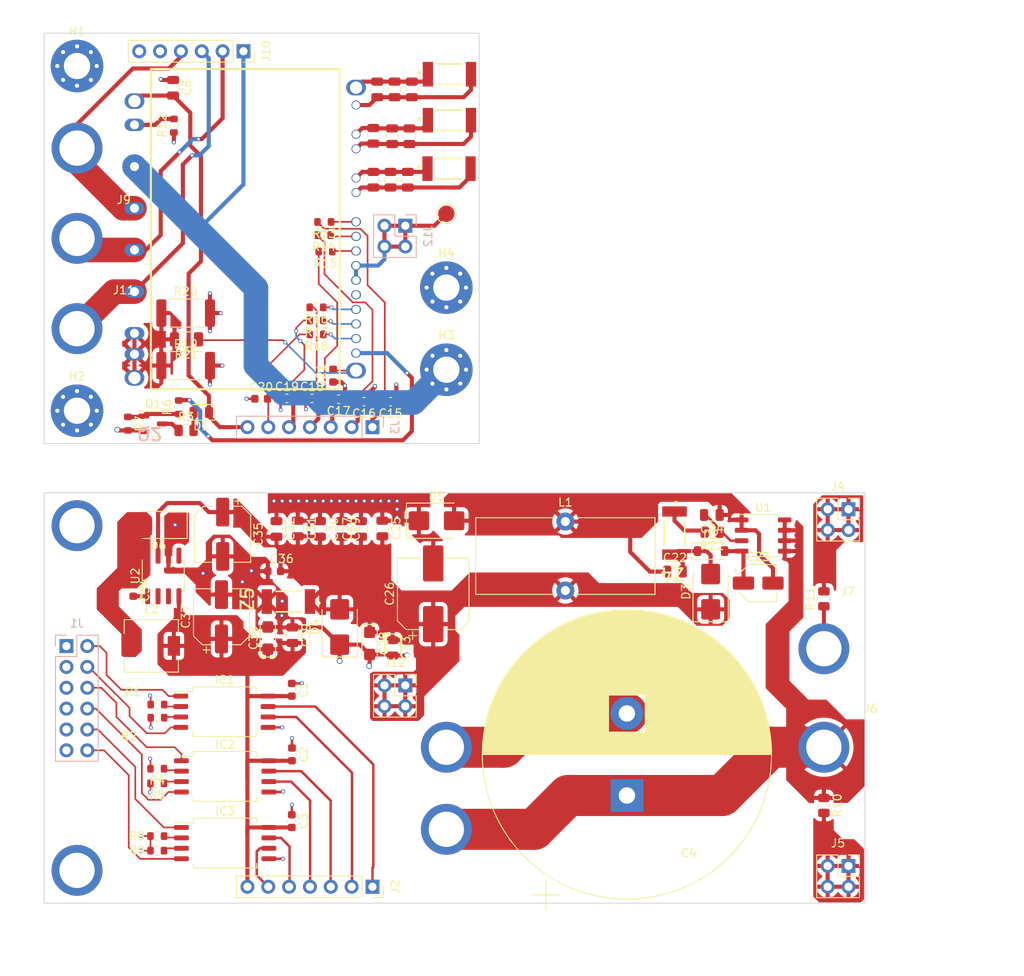
<source format=kicad_pcb>
(kicad_pcb (version 20221018) (generator pcbnew)
  (layers (0 "F.Cu" signal) (1 "In1.Cu" signal) (2 "In2.Cu" signal) (31 "B.Cu" signal) (34 "B.Paste" user) (35 "F.Paste" user) (36 "B.SilkS" user "B.Silkscreen") (37 "F.SilkS" user "F.Silkscreen") (38 "B.Mask" user) (39 "F.Mask" user) (44 "Edge.Cuts" user))
  (net 0 "")
  (net 1 "GND")
  (net 2 "+5V1")
  (net 3 "DC_BUS")
  (net 4 "/M+1")
  (net 5 "/M-1")
  (net 6 "/M+2")
  (net 7 "/M-2")
  (net 8 "/M+3")
  (net 9 "/M-3")
  (net 10 "/OPWM1A")
  (net 11 "/OPWM2A")
  (net 12 "/OPWM3A")
  (net 13 "/OPWM1B")
  (net 14 "/OPWM2B")
  (net 15 "/OPWM3B")
  (net 16 "Net-(Q2-CSC)")
  (net 17 "Net-(D5-K)")
  (net 18 "Net-(D2-A)")
  (net 19 "Net-(D2-K)")
  (net 20 "Net-(U1-FB)")
  (net 21 "+15V1")
  (net 22 "Net-(D6-K)")
  (net 23 "Net-(U2-CB)")
  (net 24 "Net-(D1-K)")
  (net 25 "/PWM1A_5V")
  (net 26 "Net-(IC1-CATHODE_1)")
  (net 27 "Net-(IC1-CATHODE_2)")
  (net 28 "/PWM2A_5V")
  (net 29 "/PWM3A_5V")
  (net 30 "Net-(IC2-CATHODE_1)")
  (net 31 "Net-(IC2-CATHODE_2)")
  (net 32 "/PWM1B_5V")
  (net 33 "/PWM2B_5V")
  (net 34 "Net-(IC3-CATHODE_1)")
  (net 35 "Net-(IC3-CATHODE_2)")
  (net 36 "/PWM3B_5V")
  (net 37 "AGND")
  (net 38 "/DC_BUS_2M")
  (net 39 "/GND_2M")
  (net 40 "/U")
  (net 41 "/V")
  (net 42 "/W")
  (net 43 "Net-(Q1-B)")
  (net 44 "Net-(Q1-C)")
  (net 45 "/TEMP1")
  (net 46 "/CSC")
  (net 47 "/DSP_PWM1_~{FAULT_5V}")
  (net 48 "Net-(Q2-IN(WL))")
  (net 49 "Net-(Q2-IN(VL))")
  (net 50 "Net-(Q2-IN(UL))")
  (net 51 "Net-(Q2-IN(WH))")
  (net 52 "Net-(Q2-IN(VH))")
  (net 53 "Net-(Q2-IN(UH))")
  (net 54 "Net-(Z4-A)")
  (footprint "Capacitor_SMD:C_0805_2012Metric" (layer "F.Cu") (at 63.5 61.55 -90)
    (fp_text reference "C11" hide)
    (fp_text value "100nf")
  )
  (footprint "inverter_lib:M3_smt" (layer "F.Cu") (at 23 85)
    (fp_text reference "J11")
    (fp_text value "Header 2")
  )
  (footprint "Diode_SMD:D_SOD-123" (layer "F.Cu") (at 100.25 112.1)
    (fp_text reference "D2")
    (fp_text value "1N4148")
  )
  (footprint "inverter_lib:MELF_DO-213AB" (layer "F.Cu") (at 48.755 118.25 180)
    (fp_text reference "Z5")
    (fp_text value "ZM4746A-GS08" hide)
  )
  (footprint "inverter_lib:MELF_DO-213AB" (layer "F.Cu") (at 68.375 59.6)
    (fp_text reference "Z2" hide)
    (fp_text value "ZM4746A-GS08" hide)
  )
  (footprint "Resistor_SMD:R_0805_2012Metric" (layer "F.Cu") (at 114 117.9125 90)
    (fp_text reference "R11")
    (fp_text value "2M")
  )
  (footprint "Capacitor_SMD:CP_Elec_6.3x7.7" (layer "F.Cu") (at 40.6 120.1 90)
    (fp_text reference "C37")
    (fp_text value "330uf 16V 铝电解")
  )
  (footprint "Resistor_SMD:R_0603_1608Metric" (layer "F.Cu") (at 34.8 60.275 90)
    (fp_text reference "R12")
    (fp_text value "5.1k")
  )
  (footprint "Diode_SMD:D_SMA" (layer "F.Cu") (at 32.91 108.92 180)
    (fp_text reference "D6")
    (fp_text value "1N5819 SS14")
  )
  (footprint "Capacitor_SMD:C_0805_2012Metric" (layer "F.Cu") (at 49.25 122.35 -90)
    (fp_text reference "C39")
    (fp_text value "100nf")
  )
  (footprint "TestPoint:TestPoint_Pad_D2.0mm" (layer "F.Cu") (at 68 71)
    (fp_text reference "TP7" hide)
    (fp_text value "TP-黄色测试点")
  )
  (footprint "Package_SO:SOIC-8_3.9x4.9mm_P1.27mm" (layer "F.Cu") (at 33.51 115.13 90)
    (fp_text reference "U2")
    (fp_text value "LM2675M-5.0")
  )
  (footprint "inverter_lib:M3_smt" (layer "F.Cu") (at 114 124)
    (fp_text reference "J7")
    (fp_text value "Header 2")
  )
  (footprint "Resistor_SMD:R_0603_1608Metric" (layer "F.Cu") (at 32.8 132.4 180)
    (fp_text reference "R2")
    (fp_text value "750R")
  )
  (footprint "Connector_PinSocket_2.54mm:PinSocket_2x02_P2.54mm_Vertical" (layer "F.Cu") (at 117 107)
    (fp_text reference "J4")
    (fp_text value "Conn_01x02_Pin")
  )
  (footprint "Capacitor_SMD:C_0805_2012Metric" (layer "F.Cu") (at 34.7 55.65 -90)
    (fp_text reference "C8")
    (fp_text value "100nf")
  )
  (footprint "Resistor_SMD:R_0603_1608Metric" (layer "F.Cu") (at 32.775 148.6 180)
    (fp_text reference "R9")
    (fp_text value "750R")
  )
  (footprint "" (layer "F.Cu") (at 23 109)
    (fp_text reference "")
    (fp_text value "")
  )
  (footprint "Inductor_SMD:L_6.3x6.3_H3" (layer "F.Cu") (at 32.05 123.65)
    (fp_text reference "L2")
    (fp_text value "330uh")
  )
  (footprint "Capacitor_SMD:C_0603_1608Metric" (layer "F.Cu") (at 49.169 128.996 -90)
    (fp_text reference "C1")
    (fp_text value "100nf")
  )
  (footprint "Capacitor_SMD:C_0603_1608Metric" (layer "F.Cu") (at 47.025 114.55)
    (fp_text reference "C36")
    (fp_text value "100nf")
  )
  (footprint "inverter_lib:MELF_DO-213AB" (layer "F.Cu") (at 68.325 65.5)
    (fp_text reference "Z3" hide)
    (fp_text value "ZM4746A-GS08" hide)
  )
  (footprint "Package_TO_SOT_SMD:SOT-23-3" (layer "F.Cu") (at 32.2625 96.6)
    (fp_text reference "Q1")
    (fp_text value "FMMT618TA")
  )
  (footprint "Resistor_SMD:R_0603_1608Metric" (layer "F.Cu") (at 35.4 94.575 90)
    (fp_text reference "R6")
    (fp_text value "10K")
  )
  (footprint "Inductor_THT:L_Toroid_Vertical_L21.6mm_W9.1mm_P8.40mm_Bourns_5700" (layer "F.Cu") (at 82.5 108.505)
    (fp_text reference "L1")
    (fp_text value "1mH工字/3A")
  )
  (footprint "Resistor_SMD:R_0603_1608Metric" (layer "F.Cu") (at 32.775 138.622 180)
    (fp_text reference "R4")
    (fp_text value "750R")
  )
  (footprint "Diode_SMD:D_SMB" (layer "F.Cu") (at 55 121.35 90)
    (fp_text reference "D4")
    (fp_text value "MURS220T3")
  )
  (footprint "Connector_PinSocket_2.54mm:PinSocket_1x07_P2.54mm_Vertical" (layer "F.Cu") (at 59 153 -90)
    (fp_text reference "J2")
    (fp_text value "board_1")
  )
  (footprint "Capacitor_SMD:C_0805_2012Metric" (layer "F.Cu") (at 55.25 109.4 -90)
    (fp_text reference "C29")
    (fp_text value "4.7uf")
  )
  (footprint "Resistor_SMD:R_0603_1608Metric" (layer "F.Cu") (at 52.175 84 180)
    (fp_text reference "R17")
    (fp_text value "100R")
  )
  (footprint "Capacitor_Tantalum_SMD:CP_EIA-3216-18_Kemet-A" (layer "F.Cu") (at 46.25 122.7 90)
    (fp_text reference "C38")
    (fp_text value "22uf 16V")
  )
  (footprint "inverter_lib:M3_smt" (layer "F.Cu") (at 114 136)
    (fp_text reference "J6")
    (fp_text value "Header 2")
  )
  (footprint "Capacitor_SMD:C_0805_2012Metric" (layer "F.Cu") (at 49.9 109.35 -90)
    (fp_text reference "C31")
    (fp_text value "100nf")
  )
  (footprint "Capacitor_SMD:C_0805_2012Metric" (layer "F.Cu") (at 63.8 55.85 -90)
    (fp_text reference "C5" hide)
    (fp_text value "2.2uf")
  )
  (footprint "Resistor_SMD:R_0603_1608Metric" (layer "F.Cu") (at 53.125 72 180)
    (fp_text reference "R13")
    (fp_text value "100R")
  )
  (footprint "Resistor_SMD:R_2512_6332Metric" (layer "F.Cu") (at 36.2375 83.1)
    (fp_text reference "R20")
    (fp_text value "8mR")
  )
  (footprint "inverter_lib:MELF_DO-213AB" (layer "F.Cu") (at 95.8 109.9 -90)
    (fp_text reference "Z4")
    (fp_text value "13V -ZM4743" hide)
  )
  (footprint "Resistor_SMD:R_0805_2012Metric" (layer "F.Cu") (at 100.3875 109.8 180)
    (fp_text reference "R22")
    (fp_text value "1k 1%")
  )
  (footprint "Diode_SMD:D_0805_2012Metric" (layer "F.Cu") (at 61.45 123.8875 -90)
    (fp_text reference "C33")
    (fp_text value "100nf")
  )
  (footprint "" (layer "F.Cu") (at 68 136)
    (fp_text reference "")
    (fp_text value "")
  )
  (footprint "inverter_lib:M3_smt" (layer "F.Cu") (at 23 63)
    (fp_text reference "J8" hide)
    (fp_text value "Header 2")
  )
  (footprint "" (layer "F.Cu") (at 23 151)
    (fp_text reference "")
    (fp_text value "")
  )
  (footprint "MountingHole:MountingHole_3.2mm_M3_Pad_Via" (layer "F.Cu") (at 23 53)
    (fp_text reference "H1")
    (fp_text value "MountingHole_Pad")
  )
  (footprint "Capacitor_SMD:C_0603_1608Metric" (layer "F.Cu") (at 61.2 93.9 180)
    (fp_text reference "C15")
    (fp_text value "100pf")
  )
  (footprint "Resistor_SMD:R_0603_1608Metric" (layer "F.Cu") (at 53.275 75.6 180)
    (fp_text reference "R15")
    (fp_text value "100R")
  )
  (footprint "Capacitor_SMD:C_0805_2012Metric" (layer "F.Cu") (at 63.3 66.85 -90)
    (fp_text reference "C12" hide)
    (fp_text value "2.2uf")
  )
  (footprint "Package_SO:SOP-8_3.9x4.9mm_P1.27mm" (layer "F.Cu") (at 106.6 110.2)
    (fp_text reference "U1")
    (fp_text value "VIPER22A")
  )
  (footprint "Capacitor_SMD:C_0603_1608Metric" (layer "F.Cu") (at 57.975 93.9 180)
    (fp_text reference "C16")
    (fp_text value "100pf")
  )
  (footprint "Capacitor_SMD:C_0805_2012Metric" (layer "F.Cu") (at 59.1 66.85 -90)
    (fp_text reference "C14" hide)
    (fp_text value "100nf")
  )
  (footprint "Capacitor_SMD:C_0805_2012Metric" (layer "F.Cu") (at 47.3 109.4 -90)
    (fp_text reference "C32")
    (fp_text value "100nf")
  )
  (footprint "Capacitor_SMD:C_0603_1608Metric" (layer "F.Cu") (at 29.85 116.825 -90)
    (fp_text reference "C34")
    (fp_text value "0.01uF")
  )
  (footprint "Capacitor_SMD:C_0805_2012Metric" (layer "F.Cu") (at 59.1 61.5 -90)
    (fp_text reference "C10" hide)
    (fp_text value "2.2uf")
  )
  (footprint "MountingHole:MountingHole_3.2mm_M3_Pad_Via" (layer "F.Cu") (at 68 90)
    (fp_text reference "H3")
    (fp_text value "MountingHole_Pad")
  )
  (footprint "MountingHole:MountingHole_3.2mm_M3_Pad_Via" (layer "F.Cu") (at 68 80)
    (fp_text reference "H4")
    (fp_text value "MountingHole_Pad")
  )
  (footprint "Capacitor_SMD:C_0805_2012Metric" (layer "F.Cu") (at 61.7 55.85 -90)
    (fp_text reference "C6" hide)
    (fp_text value "2.2uf")
  )
  (footprint "Capacitor_SMD:C_0805_2012Metric" (layer "F.Cu") (at 100.35 107.7 180)
    (fp_text reference "C24")
    (fp_text value "0.1uf")
  )
  (footprint "Capacitor_SMD:C_0805_2012Metric" (layer "F.Cu") (at 61.2 66.85 -90)
    (fp_text reference "C13" hide)
    (fp_text value "2.2uf")
  )
  (footprint "inverter_lib:MELF_DO-213AB" (layer "F.Cu") (at 68.375 54)
    (fp_text reference "Z1" hide)
    (fp_text value "ZM4746A-GS08" hide)
  )
  (footprint "Resistor_SMD:R_0603_1608Metric" (layer "F.Cu") (at 32.775 140.4 180)
    (fp_text reference "R5")
    (fp_text value "750R")
  )
  (footprint "Resistor_SMD:R_0805_2012Metric" (layer "F.Cu") (at 114 143.0875 -90)
    (fp_text reference "R10")
    (fp_text value "2M")
  )
  (footprint "Resistor_SMD:R_0603_1608Metric" (layer "F.Cu") (at 53.075 73.6 180)
    (fp_text reference "R14")
    (fp_text value "100R")
  )
  (footprint "" (layer "F.Cu") (at 68 146)
    (fp_text reference "")
    (fp_text value "")
  )
  (footprint "Capacitor_Tantalum_SMD:CP_EIA-3216-18_Kemet-A" (layer "F.Cu") (at 58.65 123.35 -90)
    (fp_text reference "C28")
    (fp_text value "22uf 16V")
  )
  (footprint "LED_SMD:LED_0805_2012Metric" (layer "F.Cu") (at 38.1375 95.2 180)
    (fp_text reference "D1")
    (fp_text value "LEDRED")
  )
  (footprint "Capacitor_SMD:C_0603_1608Metric" (layer "F.Cu") (at 51.625 93.5)
    (fp_text reference "C18")
    (fp_text value "100pf")
  )
  (footprint "Capacitor_SMD:C_0805_2012Metric" (layer "F.Cu") (at 52.6 109.4 -90)
    (fp_text reference "C30")
    (fp_text value "4.7uf")
  )
  (footprint "Resistor_SMD:R_0603_1608Metric" (layer "F.Cu") (at 32.8 130.8 180)
    (fp_text reference "R1")
    (fp_text value "750R")
  )
  (footprint "Resistor_SMD:R_0603_1608Metric" (layer "F.Cu") (at 32.775 146.822 180)
    (fp_text reference "R8")
    (fp_text value "750R")
  )
  (footprint "Capacitor_SMD:C_0805_2012Metric" (layer "F.Cu") (at 61.4 61.55 -90)
    (fp_text reference "C9" hide)
    (fp_text value "2.2uf")
  )
  (footprint "inverter_lib:M3_smt" (layer "F.Cu") (at 23 74)
    (fp_text reference "J9")
    (fp_text value "Header 2")
  )
  (footprint "Resistor_SMD:R_0805_2012Metric" (layer "F.Cu") (at 36.2875 97.4)
    (fp_text reference "R3")
    (fp_text value "301R")
  )
  (footprint "Capacitor_THT:CP_Radial_D35.0mm_P10.00mm_SnapIn" (layer "F.Cu") (at 90 141.880499 90)
    (fp_text reference "C4")
    (fp_text value "390uF/450V")
  )
  (footprint "Capacitor_SMD:C_0603_1608Metric" (layer "F.Cu") (at 45.443141 93.546714)
    (fp_text reference "C20")
    (fp_text value "100pf")
  )
  (footprint "Resistor_SMD:R_0603_1608Metric" (layer "F.Cu") (at 52.175 82.4 180)
    (fp_text reference "R16")
    (fp_text value "100R")
  )
  (footprint "Resistor_SMD:R_0603_1608Metric" (layer "F.Cu") (at 29.2 96.575 -90)
    (fp_text reference "R7")
    (fp_text value "2K")
  )
  (footprint "Package_SO:SOIC-8_7.5x5.85mm_P1.27mm" (layer "F.Cu") (at 41.05 139.55)
    (fp_text reference "IC2")
    (fp_text value "TLP2270_D4-LF4,E")
  )
  (footprint "Connector_PinSocket_2.54mm:PinSocket_2x02_P2.54mm_Vertical" (layer "F.Cu") (at 117 150.46)
    (fp_text reference "J5")
    (fp_text value "Conn_01x02_Pin")
  )
  (footprint "Capacitor_SMD:C_0603_1608Metric" (layer "F.Cu") (at 48.575 93.5)
    (fp_text reference "C19")
    (fp_text value "100pf")
  )
  (footprint "Capacitor_SMD:C_0603_1608Metric" (layer "F.Cu") (at 54.875 93.6 180)
    (fp_text reference "C17")
    (fp_text value "100pf")
  )
  (footprint "Resistor_SMD:R_0603_1608Metric" (layer "F.Cu") (at 52.175 85.7 180)
    (fp_text reference "R18")
    (fp_text value "100R")
  )
  (footprint "Connector_PinSocket_2.54mm:PinSocket_1x06_P2.54mm_Vertical" (layer "F.Cu") (at 43.28 51.2 -90)
    (fp_text reference "J10")
    (fp_text value "Conn_01x06_Pin")
  )
  (footprint "Capacitor_SMD:CP_Elec_6.3x7.7" (layer "F.Cu") (at 40.75 110.05 -90)
    (fp_text reference "C35")
    (fp_text value "100uf 25V 贴片铝电解")
  )
  (footprint "Resistor_SMD:R_2512_6332Metric" (layer "F.Cu") (at 36.2375 89.5)
    (fp_text reference "R19")
    (fp_text value "8mR")
  )
  (footprint "Diode_SMD:D_SMB" (layer "F.Cu") (at 66.8 108.4)
    (fp_text reference "D5")
    (fp_text value "MURS220T3")
  )
  (footprint "Package_SO:SOIC-8_7.5x5.85mm_P1.27mm" (layer "F.Cu") (at 40.96 131.676)
    (fp_text reference "IC1")
    (fp_text value "TLP2270_D4-LF4,E")
  )
  (footprint "Capacitor_SMD:C_0805_2012Metric" (layer "F.Cu") (at 60.2 109.35 -90)
    (fp_text reference "C25")
    (fp_text value "0.1uf")
  )
  (footprint "MountingHole:MountingHole_3.2mm_M3_Pad_Via" (layer "F.Cu") (at 23 95)
    (fp_text reference "H2")
    (fp_text value "MountingHole_Pad")
  )
  (footprint "Package_SO:SOIC-8_7.5x5.85mm_P1.27mm" (layer "F.Cu") (at 41.05 147.678)
    (fp_text reference "IC3")
    (fp_text value "TLP2270_D4-LF4,E")
  )
  (footprint "Capacitor_SMD:C_0603_1608Metric" (layer "F.Cu") (at 54.2 90.725 90)
    (fp_text reference "C21")
    (fp_text value "1nf")
  )
  (footprint "Capacitor_SMD:C_0805_2012Metric" (layer "F.Cu") (at 59.58 55.85 -90)
    (fp_text reference "C7" hide)
    (fp_text value "100nf")
  )
  (footprint "Connector_PinSocket_2.54mm:PinSocket_2x02_P2.54mm_Vertical" (layer "F.Cu") (at 63 128.46)
    (fp_text reference "J12")
    (fp_text value "Conn_02x02_Odd_Even")
  )
  (footprint "Capacitor_SMD:C_0603_1608Metric" (layer "F.Cu") (at 49.187 136.87 -90)
    (fp_text reference "C2")
    (fp_text value "100nf")
  )
  (footprint "Capacitor_SMD:C_0805_2012Metric" (layer "F.Cu") (at 95.85 114.6)
    (fp_text reference "C22")
    (fp_text value "0.1uf")
  )
  (footprint "Capacitor_SMD:CP_Elec_4x5.4" (layer "F.Cu") (at 106 116)
    (fp_text reference "C23")
    (fp_text value "10uF/35V")
  )
  (footprint "Capacitor_SMD:CP_Elec_8x10.5" (layer "F.Cu") (at 66.4 117.3 90)
    (fp_text reference "C26")
    (fp_text value "470uF/25V")
  )
  (footprint "Resistor_SMD:R_1206_3216Metric" (layer "F.Cu") (at 36.3375 86.3 180)
    (fp_text reference "R21")
    (fp_text value "2k")
  )
  (footprint "Diode_SMD:D_SMB" (layer "F.Cu") (at 100.2 117.05 90)
    (fp_text reference "D3")
    (fp_text value "MURS220T3")
  )
  (footprint "Capacitor_SMD:C_0603_1608Metric" (layer "F.Cu") (at 49.169 144.998 -90)
    (fp_text reference "C3")
    (fp_text value "100nf")
  )
  (footprint "Capacitor_SMD:C_0805_2012Metric" (layer "F.Cu") (at 57.6 109.4 90)
    (fp_text reference "C27")
    (fp_text value "100nf")
  )
  (footprint "Connector_PinSocket_2.54mm:PinSocket_2x06_P2.54mm_Vertical" (layer "B.Cu") (at 21.71 123.675 180)
    (fp_text reference "J1")
    (fp_text value "Conn_02x06_Top_Bottom")
  )
  (footprint "Connector_PinSocket_2.54mm:PinSocket_2x02_P2.54mm_Vertical" (layer "B.Cu") (at 63 72.46 90)
    (fp_text reference "J12")
    (fp_text value "Conn_02x02_Odd_Even")
  )
  (footprint "Connector_PinSocket_2.54mm:PinSocket_1x07_P2.54mm_Vertical" (layer "B.Cu") (at 59 97 90)
    (fp_text reference "J3")
    (fp_text value "board_1")
  )
  (footprint "inverter_lib:FNC42060F" (layer "B.Cu") (at 43.5 73.3145)
    (fp_text reference "Q2")
    (fp_text value "FNC42060F" hide)
  )
  (gr_rect (start 19 49) (end 72 99) (stroke (width 0.1)) (fill none) (layer "Edge.Cuts"))
  (gr_rect (start 19 105) (end 119 155) (stroke (width 0.1)) (fill none) (layer "Edge.Cuts"))
  (segment (start 48.045 141.455) (end 48.1 141.4) (width 0.3) (layer "F.Cu") (net 1))
  (segment (start 46.285 133.581) (end 47.981 133.581) (width 0.3) (layer "F.Cu") (net 1))
  (segment (start 47.8 93.5) (end 47.8 94.9) (width 0.3) (layer "F.Cu") (net 1))
  (segment (start 58.75 92.65) (end 59.3 92.1) (width 0.5) (layer "F.Cu") (net 1))
  (segment (start 47.8 94.9) (end 47.8 94.8) (width 0.3) (layer "F.Cu") (net 1))
  (segment (start 61.975 93.9) (end 61.9 93.825) (width 0.5) (layer "F.Cu") (net 1))
  (segment (start 54.2 91.5) (end 55.2 91.5) (width 0.5) (layer "F.Cu") (net 1))
  (segment (start 49.187 136.095) (end 49.187 134.913) (width 0.3) (layer "F.Cu") (net 1))
  (segment (start 63.175 124.825) (end 63.2 124.8) (width 0.5) (layer "F.Cu") (net 1))
  (segment (start 39.2 83.1) (end 40.5 83.1) (width 0.5) (layer "F.Cu") (net 1))
  (segment (start 49.169 143.031) (end 49.2 143) (width 0.3) (layer "F.Cu") (net 1))
  (segment (start 50.379 128.221) (end 50.4 128.2) (width 0.3) (layer "F.Cu") (net 1))
  (segment (start 58.65 124.7) (end 58.65 126.05) (width 0.5) (layer "F.Cu") (net 1))
  (segment (start 33.3 54.7) (end 33.2 54.6) (width 0.5) (layer "F.Cu") (net 1))
  (segment (start 46.375 141.455) (end 48.045 141.455) (width 0.3) (layer "F.Cu") (net 1))
  (segment (start 61.9 93.825) (end 61.9 91.8) (width 0.5) (layer "F.Cu") (net 1))
  (segment (start 44.668141 93.546714) (end 43.653286 93.546714) (width 0.3) (layer "F.Cu") (net 1))
  (segment (start 29.2 97.4) (end 28 97.4) (width 0.5) (layer "F.Cu") (net 1))
  (segment (start 34.7 54.7) (end 33.3 54.7) (width 0.5) (layer "F.Cu") (net 1))
  (segment (start 49.169 128.221) (end 50.379 128.221) (width 0.3) (layer "F.Cu") (net 1))
  (segment (start 55 123.5) (end 57.45 123.5) (width 0.5) (layer "F.Cu") (net 1))
  (segment (start 51 94.8) (end 50.9 94.7) (width 0.3) (layer "F.Cu") (net 1))
  (segment (start 55.65 93.6) (end 55.65 91.95) (width 0.5) (layer "F.Cu") (net 1))
  (segment (start 61.45 124.825) (end 63.175 124.825) (width 0.5) (layer "F.Cu") (net 1))
  (segment (start 39.2 89.5) (end 40.7 89.5) (width 0.5) (layer "F.Cu") (net 1))
  (segment (start 46.375 149.583) (end 48.083 149.583) (width 0.3) (layer "F.Cu") (net 1))
  (segment (start 58.75 93.9) (end 58.75 92.65) (width 0.5) (layer "F.Cu") (net 1))
  (segment (start 48.083 149.583) (end 48.1 149.6) (width 0.3) (layer "F.Cu") (net 1))
  (segment (start 52.9 121.4) (end 55 123.5) (width 0.5) (layer "F.Cu") (net 1))
  (segment (start 59.3 92.1) (end 59.3 92) (width 0.5) (layer "F.Cu") (net 1))
  (segment (start 58.65 124.7) (end 61.325 124.7) (width 0.5) (layer "F.Cu") (net 1))
  (segment (start 58.65 126.05) (end 58.6 126.1) (width 0.5) (layer "F.Cu") (net 1))
  (segment (start 114 118.825) (end 114 124) (width 0.5) (layer "F.Cu") (net 1))
  (segment (start 39.2 83.1) (end 39.2 85.3) (width 0.5) (layer "F.Cu") (net 1))
  (segment (start 49.187 134.913) (end 49.2 134.9) (width 0.3) (layer "F.Cu") (net 1))
  (segment (start 57.45 123.5) (end 58.65 124.7) (width 0.5) (layer "F.Cu") (net 1))
  (segment (start 39.2 89.5) (end 39.2 91.8) (width 0.5) (layer "F.Cu") (net 1))
  (segment (start 39.2 83.1) (end 39.2 80.7) (width 0.5) (layer "F.Cu") (net 1))
  (segment (start 50.9 94.7) (end 50.9 94.8) (width 0.3) (layer "F.Cu") (net 1))
  (segment (start 50.9 94.8) (end 51 94.8) (width 0.3) (layer "F.Cu") (net 1))
  (segment (start 55 123.5) (end 55 125.5) (width 0.5) (layer "F.Cu") (net 1))
  (segment (start 29.2 97.4) (end 30.975 97.4) (width 0.5) (layer "F.Cu") (net 1))
  (segment (start 50.85 94.65) (end 50.9 94.7) (width 0.3) (layer "F.Cu") (net 1))
  (segment (start 79.119501 131.880499) (end 90 131.880499) (width 5) (layer "F.Cu") (net 1))
  (segment (start 49.25 121.4) (end 52.9 121.4) (width 0.5) (layer "F.Cu") (net 1))
  (segment (start 34.8 61.1) (end 34.8 62.3) (width 0.5) (layer "F.Cu") (net 1))
  (segment (start 61.325 124.7) (end 61.45 124.825) (width 0.5) (layer "F.Cu") (net 1))
  (segment (start 47.981 133.581) (end 48 133.6) (width 0.3) (layer "F.Cu") (net 1))
  (segment (start 28 97.4) (end 27.9 97.3) (width 0.5) (layer "F.Cu") (net 1))
  (segment (start 49.169 144.223) (end 49.169 143.031) (width 0.3) (layer "F.Cu") (net 1))
  (segment (start 75 136) (end 79.119501 131.880499) (width 5) (layer "F.Cu") (net 1))
  (segment (start 55.2 91.5) (end 55.65 91.95) (width 0.5) (layer "F.Cu") (net 1))
  (segment (start 43.6 93.6) (end 43.653286 93.546714) (width 0.3) (layer "F.Cu") (net 1))
  (segment (start 68 136) (end 75 136) (width 5) (layer "F.Cu") (net 1))
  (segment (start 50.85 93.5) (end 50.85 94.65) (width 0.3) (layer "F.Cu") (net 1))
  (segment (start 30.975 97.4) (end 31.125 97.55) (width 0.5) (layer "F.Cu") (net 1))
  (via (at 62 107) (size 0.5) (drill 0.3) (layers "F.Cu" "B.Cu") (net 1))
  (via (at 51 106) (size 0.5) (drill 0.3) (layers "F.Cu" "B.Cu") (net 1))
  (via (at 63.2 124.8) (size 0.7) (drill 0.5) (layers "F.Cu" "B.Cu") (net 1))
  (via (at 50 106) (size 0.5) (drill 0.3) (layers "F.Cu" "B.Cu") (net 1))
  (via (at 40.5 83.1) (size 0.5) (drill 0.3) (layers "F.Cu" "B.Cu") (net 1))
  (via (at 62 108) (size 0.5) (drill 0.3) (layers "F.Cu" "B.Cu") (net 1))
  (via (at 55.65 91.95) (size 0.5) (drill 0.3) (layers "F.Cu" "B.Cu") (net 1))
  (via (at 61.9 91.8) (size 0.5) (drill 0.3) (layers "F.Cu" "B.Cu") (net 1))
  (via (at 49.2 134.9) (size 0.5) (drill 0.3) (layers "F.Cu" "B.Cu") (net 1))
  (via (at 54 106) (size 0.5) (drill 0.3) (layers "F.Cu" "B.Cu") (net 1))
  (via (at 58.6 126.1) (size 0.7) (drill 0.5) (layers "F.Cu" "B.Cu") (net 1))
  (via (at 52 106) (size 0.5) (drill 0.3) (layers "F.Cu" "B.Cu") (net 1))
  (via (at 55 106) (size 0.5) (drill 0.3) (layers "F.Cu" "B.Cu") (net 1))
  (via (at 48.1 149.6) (size 0.5) (drill 0.3) (layers "F.Cu" "B.Cu") (net 1))
  (via (at 53 106) (size 0.5) (drill 0.3) (layers "F.Cu" "B.Cu") (net 1))
  (via (at 38.35 114.8) (size 0.5) (drill 0.3) (layers "F.Cu" "B.Cu") (net 1))
  (via (at 39.2 80.7) (size 0.5) (drill 0.3) (layers "F.Cu" "B.Cu") (net 1))
  (via (at 61 106) (size 0.5) (drill 0.3) (layers "F.Cu" "B.Cu") (net 1))
  (via (at 48 118.2) (size 0.5) (drill 0.3) (layers "F.Cu" "B.Cu") (net 1))
  (via (at 47.8 94.9) (size 0.5) (drill 0.3) (layers "F.Cu" "B.Cu") (net 1))
  (via (at 49 106) (size 0.5) (drill 0.3) (layers "F.Cu" "B.Cu") (net 1))
  (via (at 62 106) (size 0.5) (drill 0.3) (layers "F.Cu" "B.Cu") (net 1))
  (via (at 47 106) (size 0.5) (drill 0.3) (layers "F.Cu" "B.Cu") (net 1))
  (via (at 48.1 141.4) (size 0.5) (drill 0.3) (layers "F.Cu" "B.Cu") (net 1))
  (via (at 50.4 128.2) (size 0.5) (drill 0.3) (layers "F.Cu" "B.Cu") (net 1))
  (via (at 59.3 92) (size 0.5) (drill 0.3) (layers "F.Cu" "B.Cu") (net 1))
  (via (at 48 133.6) (size 0.5) (drill 0.3) (layers "F.Cu" "B.Cu") (net 1))
  (via (at 49.2 143) (size 0.5) (drill 0.3) (layers "F.Cu" "B.Cu") (net 1))
  (via (at 58 106) (size 0.5) (drill 0.3) (layers "F.Cu" "B.Cu") (net 1))
  (via (at 60 106) (size 0.5) (drill 0.3) (layers "F.Cu" "B.Cu") (net 1))
  (via (at 59 106) (size 0.5) (drill 0.3) (layers "F.Cu" "B.Cu") (net 1))
  (via (at 55 125.5) (size 0.7) (drill 0.5) (layers "F.Cu" "B.Cu") (net 1))
  (via (at 43.3 118.35) (size 0.5) (drill 0.3) (layers "F.Cu" "B.Cu") (net 1))
  (via (at 56 106) (size 0.5) (drill 0.3) (layers "F.Cu" "B.Cu") (net 1))
  (via (at 57 106) (size 0.5) (drill 0.3) (layers "F.Cu" "B.Cu") (net 1))
  (via (at 50.9 94.8) (size 0.5) (drill 0.3) (layers "F.Cu" "B.Cu") (net 1))
  (via (at 47.95 119.95) (size 0.5) (drill 0.3) (layers "F.Cu" "B.Cu") (net 1))
  (via (at 43.15 115.85) (size 0.5) (drill 0.3) (layers "F.Cu" "B.Cu") (net 1))
  (via (at 40.7 89.5) (size 0.5) (drill 0.3) (layers "F.Cu" "B.Cu") (net 1))
  (via (at 44.25 114.5) (size 0.5) (drill 0.3) (layers "F.Cu" "B.Cu") (net 1))
  (via (at 34.8 62.3) (size 0.5) (drill 0.3) (layers "F.Cu" "B.Cu") (net 1))
  (via (at 33.2 54.6) (size 0.5) (drill 0.3) (layers "F.Cu" "B.Cu") (net 1))
  (via (at 39.2 85.3) (size 0.5) (drill 0.3) (layers "F.Cu" "B.Cu") (net 1))
  (via (at 48 106) (size 0.5) (drill 0.3) (layers "F.Cu" "B.Cu") (net 1))
  (via (at 39.2 91.8) (size 0.5) (drill 0.3) (layers "F.Cu" "B.Cu") (net 1))
  (via (at 34.95 108.9) (size 0.5) (drill 0.3) (layers "F.Cu" "B.Cu") (net 1))
  (via (at 43.653286 93.546714) (size 0.5) (drill 0.3) (layers "F.Cu" "B.Cu") (net 1))
  (via (at 27.9 97.3) (size 0.7) (drill 0.5) (layers "F.Cu" "B.Cu") (net 1))
  (segment (start 49.169 129.771) (end 46.285 129.771) (width 0.5) (layer "F.Cu") (net 2))
  (segment (start 36.8 62.68995) (end 36.8 58.7) (width 0.5) (layer "F.Cu") (net 2))
  (segment (start 46.375 137.645) (end 43.76 137.645) (width 0.5) (layer "F.Cu") (net 2))
  (segment (start 43.76 146.74) (end 43.76 145.773) (width 0.5) (layer "F.Cu") (net 2))
  (segment (start 40.4 97) (end 43.76 97) (width 0.5) (layer "F.Cu") (net 2))
  (segment (start 43.889 129.771) (end 43.76 129.9) (width 0.5) (layer "F.Cu") (net 2))
  (segment (start 36.6 78.3) (end 38.1 76.8) (width 0.5) (layer "F.Cu") (net 2))
  (segment (start 38.1 76.8) (end 38.1 63.98995) (width 0.5) (layer "F.Cu") (net 2))
  (segment (start 43.76 129.9) (end 43.76 126.64) (width 0.5) (layer "F.Cu") (net 2))
  (segment (start 46.285 129.771) (end 43.889 129.771) (width 0.5) (layer "F.Cu") (net 2))
  (segment (start 49.187 137.645) (end 46.375 137.645) (width 0.5) (layer "F.Cu") (net 2))
  (segment (start 39.075 93.175) (end 36.6 90.7) (width 0.5) (layer "F.Cu") (net 2))
  (segment (start 43.76 145.773) (end 46.375 145.773) (width 0.5) (layer "F.Cu") (net 2))
  (segment (start 39.075 95.2) (end 39.075 95.675) (width 0.5) (layer "F.Cu") (net 2))
  (segment (start 43.76 137.645) (end 43.76 139.781472) (width 0.5) (layer "F.Cu") (net 2))
  (segment (start 43.76 126.64) (end 43.8 126.6) (width 0.5) (layer "F.Cu") (net 2))
  (segment (start 39.075 95.2) (end 39.075 93.175) (width 0.5) (layer "F.Cu") (net 2))
  (segment (start 30.68 56.6) (end 30 57.28) (width 0.5) (layer "F.Cu") (net 2))
  (segment (start 49.169 145.773) (end 46.375 145.773) (width 0.5) (layer "F.Cu") (net 2))
  (segment (start 36.6 90.7) (end 36.6 78.3) (width 0.5) (layer "F.Cu") (net 2))
  (segment (start 34.7 56.6) (end 30.68 56.6) (width 0.5) (layer "F.Cu") (net 2))
  (segment (start 38.1 63.98995) (end 36.8 62.68995) (width 0.5) (layer "F.Cu") (net 2))
  (segment (start 39.075 95.675) (end 40.4 97) (width 0.5) (layer "F.Cu") (net 2))
  (segment (start 43.76 131.817472) (end 43.76 139.781472) (width 0.5) (layer "F.Cu") (net 2))
  (segment (start 43.76 153) (end 43.76 146.74) (width 0.5) (layer "F.Cu") (net 2))
  (segment (start 43.76 139.781472) (end 43.76 146.74) (width 0.5) (layer "F.Cu") (net 2))
  (segment (start 36.8 58.7) (end 34.7 56.6) (width 0.5) (layer "F.Cu") (net 2))
  (segment (start 43.76 131.817472) (end 43.76 129.9) (width 0.5) (layer "F.Cu") (net 2))
  (segment (start 114 136) (end 107.5 136) (width 5) (layer "F.Cu") (net 3))
  (segment (start 78.7 146) (end 68 146) (width 5) (layer "F.Cu") (net 3))
  (segment (start 90 141.880499) (end 82.819501 141.880499) (width 5) (layer "F.Cu") (net 3))
  (segment (start 82.819501 141.880499) (end 78.7 146) (width 5) (layer "F.Cu") (net 3))
  (segment (start 101.619501 141.880499) (end 90 141.880499) (width 5) (layer "F.Cu") (net 3))
  (segment (start 107.5 136) (end 101.619501 141.880499) (width 5) (layer "F.Cu") (net 3))
  (segment (start 51.707717 92.85) (end 48.15 92.85) (width 3) (layer "B.Cu") (net 3))
  (segment (start 37.725 72.975) (end 30 65.25) (width 3) (layer "B.Cu") (net 3))
  (segment (start 52.85 93.992283) (end 51.707717 92.85) (width 3) (layer "B.Cu") (net 3))
  (segment (start 44.8 80.05) (end 37.725 72.975) (width 3) (layer "B.Cu") (net 3))
  (segment (start 68 90) (end 64 94) (width 3) (layer "B.Cu") (net 3))
  (segment (start 48.15 92.85) (end 44.8 89.5) (width 3) (layer "B.Cu") (net 3))
  (segment (start 52.85 94) (end 52.85 93.992283) (width 3) (layer "B.Cu") (net 3))
  (segment (start 44.8 89.5) (end 44.8 80.05) (width 3) (layer "B.Cu") (net 3))
  (segment (start 64 94) (end 52.85 94) (width 3) (layer "B.Cu") (net 3))
  (segment (start 43.28 67.42) (end 37.725 72.975) (width 0.5) (layer "B.Cu") (net 3))
  (segment (start 43.28 51.2) (end 43.28 67.42) (width 0.5) (layer "B.Cu") (net 3))
  (segment (start 65.75 54.35) (end 65.2 54.9) (width 0.5) (layer "F.Cu") (net 4))
  (segment (start 59.58 54.9) (end 57.729 54.9) (width 0.5) (layer "F.Cu") (net 4))
  (segment (start 65.2 54.9) (end 63.8 54.9) (width 0.5) (layer "F.Cu") (net 4))
  (segment (start 65.75 54) (end 65.75 54.35) (width 0.5) (layer "F.Cu") (net 4))
  (segment (start 57.729 54.9) (end 57 55.629) (width 0.5) (layer "F.Cu") (net 4))
  (segment (start 63.8 54.9) (end 59.58 54.9) (width 0.5) (layer "F.Cu") (net 4))
  (segment (start 59.58 56.8) (end 58.623 57.757) (width 0.5) (layer "F.Cu") (net 5))
  (segment (start 58.623 57.757) (end 57 57.757) (width 0.5) (layer "F.Cu") (net 5))
  (segment (start 71 54) (end 71 55.9) (width 0.5) (layer "F.Cu") (net 5))
  (segment (start 70.1 56.8) (end 59.58 56.8) (width 0.5) (layer "F.Cu") (net 5))
  (segment (start 71 55.9) (end 70.1 56.8) (width 0.5) (layer "F.Cu") (net 5))
  (segment (start 59.15 60.6) (end 59.1 60.55) (width 0.5) (layer "F.Cu") (net 6))
  (segment (start 59.1 60.55) (end 57.763 60.55) (width 0.5) (layer "F.Cu") (net 6))
  (segment (start 65.75 59.6) (end 65.75 59.95) (width 0.5) (layer "F.Cu") (net 6))
  (segment (start 65.1 60.6) (end 59.15 60.6) (width 0.5) (layer "F.Cu") (net 6))
  (segment (start 65.75 59.95) (end 65.1 60.6) (width 0.5) (layer "F.Cu") (net 6))
  (segment (start 57.763 60.55) (end 57 61.313) (width 0.5) (layer "F.Cu") (net 6))
  (segment (start 71 61.6) (end 70.1 62.5) (width 0.5) (layer "F.Cu") (net 7))
  (segment (start 59.1 62.45) (end 57.641 62.45) (width 0.5) (layer "F.Cu") (net 7))
  (segment (start 57.641 62.45) (end 57 63.091) (width 0.5) (layer "F.Cu") (net 7))
  (segment (start 59.15 62.5) (end 59.1 62.45) (width 0.5) (layer "F.Cu") (net 7))
  (segment (start 70.1 62.5) (end 59.15 62.5) (width 0.5) (layer "F.Cu") (net 7))
  (segment (start 71 59.6) (end 71 61.6) (width 0.5) (layer "F.Cu") (net 7))
  (segment (start 63.3 65.9) (end 59.1 65.9) (width 0.5) (layer "F.Cu") (net 8))
  (segment (start 65.7 65.5) (end 65.3 65.9) (width 0.5) (layer "F.Cu") (net 8))
  (segment (start 59.1 65.9) (end 57.747 65.9) (width 0.5) (layer "F.Cu") (net 8))
  (segment (start 65.3 65.9) (end 63.3 65.9) (width 0.5) (layer "F.Cu") (net 8))
  (segment (start 57.747 65.9) (end 57 66.647) (width 0.5) (layer "F.Cu") (net 8))
  (segment (start 57.625 67.8) (end 57 68.425) (width 0.5) (layer "F.Cu") (net 9))
  (segment (start 59.1 67.8) (end 57.625 67.8) (width 0.5) (layer "F.Cu") (net 9))
  (segment (start 70.95 66.45) (end 69.6 67.8) (width 0.5) (layer "F.Cu") (net 9))
  (segment (start 69.6 67.8) (end 59.1 67.8) (width 0.5) (layer "F.Cu") (net 9))
  (segment (start 70.95 65.5) (end 70.95 66.45) (width 0.5) (layer "F.Cu") (net 9))
  (segment (start 52.3 72) (end 53.125 72.825) (width 0.2) (layer "F.Cu") (net 10))
  (segment (start 60.425 94.575) (end 59 96) (width 0.5) (layer "F.Cu") (net 10))
  (segment (start 53.125 72.825) (end 56.591918 72.825) (width 0.2) (layer "F.Cu") (net 10))
  (segment (start 56.597918 72.831) (end 57.531 72.831) (width 0.2) (layer "F.Cu") (net 10))
  (segment (start 56.591918 72.825) (end 56.597918 72.831) (width 0.2) (layer "F.Cu") (net 10))
  (segment (start 52.041 131.041) (end 59.1 138.1) (width 0.3) (layer "F.Cu") (net 10))
  (segment (start 59 150.7) (end 59 153) (width 0.3) (layer "F.Cu") (net 10))
  (segment (start 59 96) (end 59 97) (width 0.5) (layer "F.Cu") (net 10))
  (segment (start 57.531 72.831) (end 58.4 73.7) (width 0.2) (layer "F.Cu") (net 10))
  (segment (start 59.1 150.6) (end 59 150.7) (width 0.3) (layer "F.Cu") (net 10))
  (segment (start 58.4 73.7) (end 58.4 79.7) (width 0.2) (layer "F.Cu") (net 10))
  (segment (start 60.425 93.9) (end 60.425 94.575) (width 0.5) (layer "F.Cu") (net 10))
  (segment (start 60.5 81.8) (end 60.5 93.825) (width 0.2) (layer "F.Cu") (net 10))
  (segment (start 58.4 79.7) (end 60.5 81.8) (width 0.2) (layer "F.Cu") (net 10))
  (segment (start 46.285 131.041) (end 52.041 131.041) (width 0.3) (layer "F.Cu") (net 10))
  (segment (start 59.1 138.1) (end 59.1 150.6) (width 0.3) (layer "F.Cu") (net 10))
  (segment (start 60.5 93.825) (end 60.425 93.9) (width 0.2) (layer "F.Cu") (net 10))
  (segment (start 53.15 78.351082) (end 56.597918 81.799) (width 0.2) (layer "F.Cu") (net 11))
  (segment (start 57.2 93.9) (end 57.2 96.26) (width 0.5) (layer "F.Cu") (net 11))
  (segment (start 57.2 96.26) (end 56.46 97) (width 0.5) (layer "F.Cu") (net 11))
  (segment (start 59 91.4) (end 57.2 93.2) (width 0.2) (layer "F.Cu") (net 11))
  (segment (start 58.099 81.799) (end 59 82.7) (width 0.2) (layer "F.Cu") (net 11))
  (segment (start 56.597918 81.799) (end 58.099 81.799) (width 0.2) (layer "F.Cu") (net 11))
  (segment (start 46.285 132.311) (end 49.711 132.311) (width 0.3) (layer "F.Cu") (net 11))
  (segment (start 49.711 132.311) (end 56.5 139.1) (width 0.3) (layer "F.Cu") (net 11))
  (segment (start 57.2 93.2) (end 57.2 93.9) (width 0.2) (layer "F.Cu") (net 11))
  (segment (start 59 82.7) (end 59 91.4) (width 0.2) (layer "F.Cu") (net 11))
  (segment (start 56.5 152.96) (end 56.46 153) (width 0.3) (layer "F.Cu") (net 11))
  (segment (start 53.15 74.5) (end 53.15 78.351082) (width 0.2) (layer "F.Cu") (net 11))
  (segment (start 52.25 73.6) (end 53.15 74.5) (width 0.2) (layer "F.Cu") (net 11))
  (segment (start 56.5 139.1) (end 56.5 152.96) (width 0.3) (layer "F.Cu") (net 11))
  (segment (start 54.1 93.6) (end 54.1 96.82) (width 0.5) (layer "F.Cu") (net 12))
  (segment (start 53.2 92.7) (end 53.2 88.6) (width 0.2) (layer "F.Cu") (net 12))
  (segment (start 50.315 138.915) (end 53.9 142.5) (width 0.3) (layer "F.Cu") (net 12))
  (segment (start 54.1 96.82) (end 53.92 97) (width 0.5) (layer "F.Cu") (net 12))
  (segment (start 54.1 93.6) (end 53.2 92.7) (width 0.2) (layer "F.Cu") (net 12))
  (segment (start 52.45 79.55) (end 52.45 75.6) (width 0.2) (layer "F.Cu") (net 12))
  (segment (start 46.375 138.915) (end 50.315 138.915) (width 0.3) (layer "F.Cu") (net 12))
  (segment (start 54.7 87.1) (end 54.7 81.8) (width 0.2) (layer "F.Cu") (net 12))
  (segment (start 53.9 152.98) (end 53.92 153) (width 0.3) (layer "F.Cu") (net 12))
  (segment (start 53.9 142.5) (end 53.9 152.98) (width 0.3) (layer "F.Cu") (net 12))
  (segment (start 53.2 88.6) (end 54.7 87.1) (width 0.2) (layer "F.Cu") (net 12))
  (segment (start 54.7 81.8) (end 52.45 79.55) (width 0.2) (layer "F.Cu") (net 12))
  (segment (start 51.35 82.4) (end 51.8 82.4) (width 0.2) (layer "F.Cu") (net 13))
  (segment (start 51.8 82.4) (end 52.2 82.8) (width 0.2) (layer "F.Cu") (net 13))
  (segment (start 52.2 93.3) (end 52.4 93.5) (width 0.2) (layer "F.Cu") (net 13))
  (segment (start 52.4 95.98) (end 51.38 97) (width 0.5) (layer "F.Cu") (net 13))
  (segment (start 51.4 152.98) (end 51.38 153) (width 0.3) (layer "F.Cu") (net 13))
  (segment (start 46.375 140.185) (end 49.085 140.185) (width 0.3) (layer "F.Cu") (net 13))
  (segment (start 51.4 142.5) (end 51.4 152.98) (width 0.3) (layer "F.Cu") (net 13))
  (segment (start 52.4 93.5) (end 52.4 95.98) (width 0.5) (layer "F.Cu") (net 13))
  (segment (start 52.2 82.8) (end 52.2 93.3) (width 0.2) (layer "F.Cu") (net 13))
  (segment (start 49.085 140.185) (end 51.4 142.5) (width 0.3) (layer "F.Cu") (net 13))
  (segment (start 47.843 147.043) (end 48.9 148.1) (width 0.3) (layer "F.Cu") (net 14))
  (segment (start 49.35 96.49) (end 48.84 97) (width 0.5) (layer "F.Cu") (net 14))
  (segment (start 49.35 91.35) (end 49.35 93.5) (width 0.2) (layer "F.Cu") (net 14))
  (segment (start 49.35 93.5) (end 49.35 96.49) (width 0.5) (layer "F.Cu") (net 14))
  (segment (start 50.7 90) (end 49.35 91.35) (width 0.2) (layer "F.Cu") (net 14))
  (segment (start 49.7 85.3) (end 49.7 84.9) (width 0.2) (layer "F.Cu") (net 14))
  (segment (start 48.9 148.1) (end 48.9 152.94) (width 0.3) (layer "F.Cu") (net 14))
  (segment (start 50.2 86.5) (end 50.7 87) (width 0.2) (layer "F.Cu") (net 14))
  (segment (start 49.7 84.9) (end 50.6 84) (width 0.2) (layer "F.Cu") (net 14))
  (segment (start 50.6 84) (end 51.35 84) (width 0.2) (layer "F.Cu") (net 14))
  (segment (start 46.375 147.043) (end 47.843 147.043) (width 0.3) (layer "F.Cu") (net 14))
  (segment (start 50.7 87) (end 50.7 90) (width 0.2) (layer "F.Cu") (net 14))
  (segment (start 48.9 152.94) (end 48.84 153) (width 0.3) (layer "F.Cu") (net 14))
  (via (at 49.7 85.3) (size 0.5) (drill 0.3) (layers "F.Cu" "B.Cu") (net 14))
  (via (at 50.2 86.5) (size 0.5) (drill 0.3) (layers "F.Cu" "B.Cu") (net 14))
  (segment (start 50.2 86.5) (end 49.7 86) (width 0.2) (layer "B.Cu") (net 14))
  (segment (start 49.7 86) (end 49.7 85.3) (width 0.2) (layer "B.Cu") (net 14))
  (segment (start 45.287 148.313) (end 44.9 148.7) (width 0.3) (layer "F.Cu") (net 15))
  (segment (start 46.2 90.2) (end 46.218141 90.218141) (width 0.2) (layer "F.Cu") (net 15))
  (segment (start 50.1 85.7) (end 46.2 89.6) (width 0.2) (layer "F.Cu") (net 15))
  (segment (start 46.375 148.313) (end 45.287 148.313) (width 0.3) (layer "F.Cu") (net 15))
  (segment (start 46.3 93.628573) (end 46.3 97) (width 0.2) (layer "F.Cu") (net 15))
  (segment (start 44.9 148.7) (end 44.9 151.6) (width 0.3) (layer "F.Cu") (net 15))
  (segment (start 46.218141 93.546714) (end 46.3 93.628573) (width 0.2) (layer "F.Cu") (net 15))
  (segment (start 44.9 151.6) (end 46.3 153) (width 0.3) (layer "F.Cu") (net 15))
  (segment (start 46.2 89.6) (end 46.2 90.2) (width 0.2) (layer "F.Cu") (net 15))
  (segment (start 46.218141 90.218141) (end 46.218141 93.546714) (width 0.2) (layer "F.Cu") (net 15))
  (segment (start 51.35 85.7) (end 50.1 85.7) (width 0.2) (layer "F.Cu") (net 15))
  (segment (start 48.1 86.4) (end 48.361444 86.661444) (width 0.2) (layer "F.Cu") (net 16))
  (segment (start 54.2 89.95) (end 54.361 90.111) (width 0.2) (layer "F.Cu") (net 16))
  (segment (start 39.2 86.4) (end 37.9 86.4) (width 0.2) (layer "F.Cu") (net 16))
  (segment (start 39.2 86.4) (end 48.1 86.4) (width 0.2) (layer "F.Cu") (net 16))
  (segment (start 54.361 90.111) (end 57 90.111) (width 0.2) (layer "F.Cu") (net 16))
  (segment (start 37.9 86.4) (end 37.8 86.3) (width 0.2) (layer "F.Cu") (net 16))
  (via (at 48.361444 86.661444) (size 0.5) (drill 0.3) (layers "F.Cu" "B.Cu") (net 16))
  (segment (start 56.811 90.111) (end 57 90.111) (width 0.2) (layer "B.Cu") (net 16))
  (segment (start 52.1 90.4) (end 56.522 90.4) (width 0.2) (layer "B.Cu") (net 16))
  (segment (start 48.361444 86.661444) (end 52.1 90.4) (width 0.2) (layer "B.Cu") (net 16))
  (segment (start 56.522 90.4) (end 56.811 90.111) (width 0.2) (layer "B.Cu") (net 16))
  (segment (start 90.4 112.2) (end 92.8 114.6) (width 0.5) (layer "F.Cu") (net 17))
  (segment (start 103.975 109.565) (end 105.665 109.565) (width 0.5) (layer "F.Cu") (net 17))
  (segment (start 89.105 108.505) (end 90.4 109.8) (width 0.5) (layer "F.Cu") (net 17))
  (segment (start 107.8 114.2) (end 107.8 116) (width 0.5) (layer "F.Cu") (net 17))
  (segment (start 90.4 109.8) (end 90.4 112.2) (width 0.5) (layer "F.Cu") (net 17))
  (segment (start 105.665 109.565) (end 106.1 110) (width 0.5) (layer "F.Cu") (net 17))
  (segment (start 106.1 110) (end 106.1 112.5) (width 0.5) (layer "F.Cu") (net 17))
  (segment (start 82.5 108.505) (end 89.105 108.505) (width 0.5) (layer "F.Cu") (net 17))
  (segment (start 92.8 114.6) (end 94.9 114.6) (width 0.5) (layer "F.Cu") (net 17))
  (segment (start 106.1 112.5) (end 107.8 114.2) (width 0.5) (layer "F.Cu") (net 17))
  (segment (start 99.7 112.1) (end 98.6 112.1) (width 0.5) (layer "F.Cu") (net 18))
  (segment (start 96.225 112.1) (end 95.8 112.525) (width 0.5) (layer "F.Cu") (net 18))
  (segment (start 100.2 112.6) (end 99.7 112.1) (width 0.5) (layer "F.Cu") (net 18))
  (segment (start 95.825 112.525) (end 96.8 113.5) (width 0.5) (layer "F.Cu") (net 18))
  (segment (start 100.2 114.9) (end 100.2 112.6) (width 0.5) (layer "F.Cu") (net 18))
  (segment (start 96.8 113.5) (end 96.8 114.6) (width 0.5) (layer "F.Cu") (net 18))
  (segment (start 98.6 112.1) (end 96.225 112.1) (width 0.5) (layer "F.Cu") (net 18))
  (segment (start 104.2 112.33) (end 103.975 112.105) (width 0.5) (layer "F.Cu") (net 19))
  (segment (start 103.975 112.105) (end 101.905 112.105) (width 0.5) (layer "F.Cu") (net 19))
  (segment (start 101.905 112.105) (end 101.9 112.1) (width 0.5) (layer "F.Cu") (net 19))
  (segment (start 104.2 116) (end 104.2 112.33) (width 0.5) (layer "F.Cu") (net 19))
  (segment (start 101.3 109.4) (end 101.3 109.8) (width 0.3) (layer "F.Cu") (net 20))
  (segment (start 99.4 107.7) (end 99.6 107.7) (width 0.3) (layer "F.Cu") (net 20))
  (segment (start 99.6 107.7) (end 101.3 109.4) (width 0.3) (layer "F.Cu") (net 20))
  (segment (start 101.6 109.8) (end 102.635 110.835) (width 0.3) (layer "F.Cu") (net 20))
  (segment (start 101.3 109.8) (end 101.6 109.8) (width 0.3) (layer "F.Cu") (net 20))
  (segment (start 102.635 110.835) (end 103.975 110.835) (width 0.3) (layer "F.Cu") (net 20))
  (segment (start 63 75) (end 63 72.46) (width 0.5) (layer "F.Cu") (net 21))
  (segment (start 34 106.25) (end 37.95 106.25) (width 0.5) (layer "F.Cu") (net 21))
  (segment (start 66.54 72.46) (end 63 72.46) (width 0.5) (layer "F.Cu") (net 21))
  (segment (start 63 72.46) (end 60.46 72.46) (width 0.5) (layer "F.Cu") (net 21))
  (segment (start 37.95 106.25) (end 39.05 107.35) (width 0.5) (layer "F.Cu") (net 21))
  (segment (start 68 71) (end 66.54 72.46) (width 0.5) (layer "F.Cu") (net 21))
  (segment (start 32.875 112.655) (end 32.875 107.375) (width 0.5) (layer "F.Cu") (net 21))
  (segment (start 39.05 107.35) (end 40.75 107.35) (width 0.5) (layer "F.Cu") (net 21))
  (segment (start 32.875 107.375) (end 34 106.25) (width 0.5) (layer "F.Cu") (net 21))
  (segment (start 60.46 75) (end 63 75) (width 0.5) (layer "F.Cu") (net 21))
  (segment (start 60.46 72.46) (end 60.46 75) (width 0.5) (layer "F.Cu") (net 21))
  (segment (start 57 79.09301) (end 57 77.315) (width 0.5) (layer "B.Cu") (net 21))
  (segment (start 60.46 76.54) (end 59.685 77.315) (width 0.5) (layer "B.Cu") (net 21))
  (segment (start 59.685 77.315) (end 57 77.315) (width 0.5) (layer "B.Cu") (net 21))
  (segment (start 60.46 75) (end 60.46 76.54) (width 0.5) (layer "B.Cu") (net 21))
  (segment (start 27.05 116.75) (end 27.85 115.95) (width 0.5) (layer "F.Cu") (net 22))
  (segment (start 31.605 114.295) (end 29.85 116.05) (width 0.5) (layer "F.Cu") (net 22))
  (segment (start 31.605 112.655) (end 31.605 114.295) (width 0.5) (layer "F.Cu") (net 22))
  (segment (start 29.3 123.65) (end 29.3 120.8) (width 0.5) (layer "F.Cu") (net 22))
  (segment (start 31.605 109.615) (end 30.91 108.92) (width 0.5) (layer "F.Cu") (net 22))
  (segment (start 31.605 112.655) (end 31.605 109.615) (width 0.5) (layer "F.Cu") (net 22))
  (segment (start 27.85 115.95) (end 29.75 115.95) (width 0.5) (layer "F.Cu") (net 22))
  (segment (start 29.75 115.95) (end 29.85 116.05) (width 0.5) (layer "F.Cu") (net 22))
  (segment (start 29.3 120.8) (end 27.05 118.55) (width 0.5) (layer "F.Cu") (net 22))
  (segment (start 27.05 118.55) (end 27.05 116.75) (width 0.5) (layer "F.Cu") (net 22))
  (segment (start 31.6 117.6) (end 31.605 117.605) (width 0.5) (layer "F.Cu") (net 23))
  (segment (start 29.85 117.6) (end 31.6 117.6) (width 0.5) (layer "F.Cu") (net 23))
  (segment (start 37.2 95.2) (end 37.2 97.4) (width 0.5) (layer "F.Cu") (net 24))
  (segment (start 26.6 124.5) (end 26.6 127.2) (width 0.2) (layer "F.Cu") (net 25))
  (segment (start 26.6 127.2) (end 28.4 129) (width 0.2) (layer "F.Cu") (net 25))
  (segment (start 34.171 129.771) (end 35.635 129.771) (width 0.2) (layer "F.Cu") (net 25))
  (segment (start 24.25 123.675) (end 25.775 123.675) (width 0.2) (layer "F.Cu") (net 25))
  (segment (start 25.775 123.675) (end 26.6 124.5) (width 0.2) (layer "F.Cu") (net 25))
  (segment (start 28.4 129) (end 33.4 129) (width 0.2) (layer "F.Cu") (net 25))
  (segment (start 33.4 129) (end 34.171 129.771) (width 0.2) (layer "F.Cu") (net 25))
  (segment (start 33.866 131.041) (end 35.635 131.041) (width 0.2) (layer "F.Cu") (net 26))
  (segment (start 33.625 130.8) (end 33.866 131.041) (width 0.2) (layer "F.Cu") (net 26))
  (segment (start 33.714 132.311) (end 35.635 132.311) (width 0.2) (layer "F.Cu") (net 27))
  (segment (start 33.625 132.4) (end 33.714 132.311) (width 0.2) (layer "F.Cu") (net 27))
  (segment (start 34.419 133.581) (end 35.635 133.581) (width 0.2) (layer "F.Cu") (net 28))
  (segment (start 24.25 126.215) (end 24.415 126.215) (width 0.2) (layer "F.Cu") (net 28))
  (segment (start 29.4 131.2) (end 29.4 132.2) (width 0.2) (layer "F.Cu") (net 28))
  (segment (start 31.5 134.3) (end 33.7 134.3) (width 0.2) (layer "F.Cu") (net 28))
  (segment (start 24.415 126.215) (end 29.4 131.2) (width 0.2) (layer "F.Cu") (net 28))
  (segment (start 29.4 132.2) (end 31.5 134.3) (width 0.2) (layer "F.Cu") (net 28))
  (segment (start 33.7 134.3) (end 34.419 133.581) (width 0.2) (layer "F.Cu") (net 28))
  (segment (start 24.25 128.755) (end 25.955 128.755) (width 0.2) (layer "F.Cu") (net 29))
  (segment (start 27.8 132.3) (end 31.5 136) (width 0.2) (layer "F.Cu") (net 29))
  (segment (start 35.725 136.825) (end 35.725 137.645) (width 0.2) (layer "F.Cu") (net 29))
  (segment (start 31.5 136) (end 34.9 136) (width 0.2) (layer "F.Cu") (net 29))
  (segment (start 25.955 128.755) (end 27.8 130.6) (width 0.2) (layer "F.Cu") (net 29))
  (segment (start 34.9 136) (end 35.725 136.825) (width 0.2) (layer "F.Cu") (net 29))
  (segment (start 27.8 130.6) (end 27.8 132.3) (width 0.2) (layer "F.Cu") (net 29))
  (segment (start 35.61 138.8) (end 35.725 138.915) (width 0.2) (layer "F.Cu") (net 30))
  (segment (start 33.6 138.622) (end 33.778 138.8) (width 0.2) (layer "F.Cu") (net 30))
  (segment (start 33.778 138.8) (end 35.61 138.8) (width 0.2) (layer "F.Cu") (net 30))
  (segment (start 33.815 140.185) (end 33.6 140.4) (width 0.2) (layer "F.Cu") (net 31))
  (segment (start 35.725 140.185) (end 33.815 140.185) (width 0.2) (layer "F.Cu") (net 31))
  (segment (start 30.9 136.9) (end 30.9 141.6) (width 0.2) (layer "F.Cu") (net 32))
  (segment (start 25.295 131.295) (end 30.9 136.9) (width 0.2) (layer "F.Cu") (net 32))
  (segment (start 34.145 141.455) (end 35.725 141.455) (width 0.2) (layer "F.Cu") (net 32))
  (segment (start 30.9 141.6) (end 31.7 142.4) (width 0.2) (layer "F.Cu") (net 32))
  (segment (start 33.2 142.4) (end 34.145 141.455) (width 0.2) (layer "F.Cu") (net 32))
  (segment (start 31.7 142.4) (end 33.2 142.4) (width 0.2) (layer "F.Cu") (net 32))
  (segment (start 24.25 131.295) (end 25.295 131.295) (width 0.2) (layer "F.Cu") (net 32))
  (segment (start 25.535 133.835) (end 30.1 138.4) (width 0.2) (layer "F.Cu") (net 33))
  (segment (start 33.573 145.773) (end 35.725 145.773) (width 0.2) (layer "F.Cu") (net 33))
  (segment (start 30.1 142.3) (end 33.573 145.773) (width 0.2) (layer "F.Cu") (net 33))
  (segment (start 30.1 138.4) (end 30.1 142.3) (width 0.2) (layer "F.Cu") (net 33))
  (segment (start 24.25 133.835) (end 25.535 133.835) (width 0.2) (layer "F.Cu") (net 33))
  (segment (start 33.778 147) (end 35.682 147) (width 0.2) (layer "F.Cu") (net 34))
  (segment (start 35.682 147) (end 35.725 147.043) (width 0.2) (layer "F.Cu") (net 34))
  (segment (start 33.6 146.822) (end 33.778 147) (width 0.2) (layer "F.Cu") (net 34))
  (segment (start 33.887 148.313) (end 33.6 148.6) (width 0.2) (layer "F.Cu") (net 35))
  (segment (start 35.725 148.313) (end 33.887 148.313) (width 0.2) (layer "F.Cu") (net 35))
  (segment (start 35.708 149.6) (end 30.7 149.6) (width 0.2) (layer "F.Cu") (net 36))
  (segment (start 29.3 139.4) (end 26.275 136.375) (width 0.2) (layer "F.Cu") (net 36))
  (segment (start 29.3 148.2) (end 29.3 139.4) (width 0.2) (layer "F.Cu") (net 36))
  (segment (start 35.725 149.583) (end 35.708 149.6) (width 0.2) (layer "F.Cu") (net 36))
  (segment (start 26.275 136.375) (end 24.25 136.375) (width 0.2) (layer "F.Cu") (net 36))
  (segment (start 30.7 149.6) (end 29.3 148.2) (width 0.2) (layer "F.Cu") (net 36))
  (segment (start 31.95 137.45) (end 31.9 137.4) (width 0.2) (layer "F.Cu") (net 37))
  (segment (start 31.95 148.6) (end 31.95 146.822) (width 0.2) (layer "F.Cu") (net 37))
  (segment (start 31.95 148.6) (end 30.8 148.6) (width 0.2) (layer "F.Cu") (net 37))
  (segment (start 31.95 138.622) (end 31.95 137.45) (width 0.2) (layer "F.Cu") (net 37))
  (segment (start 31.9 129.7) (end 31.975 129.775) (width 0.2) (layer "F.Cu") (net 37))
  (segment (start 31.95 141.45) (end 31.9 141.5) (width 0.2) (layer "F.Cu") (net 37))
  (segment (start 31.975 129.775) (end 31.975 130.8) (width 0.2) (layer "F.Cu") (net 37))
  (segment (start 31.95 146.822) (end 30.822 146.822) (width 0.2) (layer "F.Cu") (net 37))
  (segment (start 31.95 140.4) (end 31.95 141.45) (width 0.2) (layer "F.Cu") (net 37))
  (segment (start 30.822 146.822) (end 30.8 146.8) (width 0.2) (layer "F.Cu") (net 37))
  (segment (start 32 133.6) (end 31.975 133.575) (width 0.2) (layer "F.Cu") (net 37))
  (segment (start 31.975 133.575) (end 31.975 132.4) (width 0.2) (layer "F.Cu") (net 37))
  (via (at 30.8 146.8) (size 0.5) (drill 0.3) (layers "F.Cu" "B.Cu") (net 37))
  (via (at 31.9 137.4) (size 0.5) (drill 0.3) (layers "F.Cu" "B.Cu") (net 37))
  (via (at 31.9 129.7) (size 0.5) (drill 0.3) (layers "F.Cu" "B.Cu") (net 37))
  (via (at 30.8 148.6) (size 0.5) (drill 0.3) (layers "F.Cu" "B.Cu") (net 37))
  (via (at 31.9 141.5) (size 0.5) (drill 0.3) (layers "F.Cu" "B.Cu") (net 37))
  (via (at 32 133.6) (size 0.5) (drill 0.3) (layers "F.Cu" "B.Cu") (net 37))
  (segment (start 23 60.1) (end 23 63) (width 0.5) (layer "F.Cu") (net 40))
  (segment (start 29.8 53.3) (end 23 60.1) (width 0.5) (layer "F.Cu") (net 40))
  (segment (start 23 63) (end 23 64.7) (width 3) (layer "F.Cu") (net 40))
  (segment (start 23 64.7) (end 28.63 70.33) (width 3) (layer "F.Cu") (net 40))
  (segment (start 28.63 70.33) (end 30 70.33) (width 3) (layer "F.Cu") (net 40))
  (segment (start 35.66 51.84) (end 34.2 53.3) (width 0.5) (layer "F.Cu") (net 40))
  (segment (start 35.66 51.2) (end 35.66 51.84) (width 0.5) (layer "F.Cu") (net 40))
  (segment (start 34.2 53.3) (end 29.8 53.3) (width 0.5) (layer "F.Cu") (net 40))
  (segment (start 37.8 61.9) (end 38.2 61.9) (width 0.5) (layer "F.Cu") (net 41))
  (segment (start 38.2 61.9) (end 40.74 59.36) (width 0.5) (layer "F.Cu") (net 41))
  (segment (start 33.2 65.8) (end 33.2 73.6) (width 0.5) (layer "F.Cu") (net 41))
  (segment (start 31.39 75.41) (end 30 75.41) (width 0.5) (layer "F.Cu") (net 41))
  (segment (start 30 75.41) (end 24.41 75.41) (width 3) (layer "F.Cu") (net 41))
  (segment (start 24.41 75.41) (end 23 74) (width 3) (layer "F.Cu") (net 41))
  (segment (start 35.5 63.5) (end 33.2 65.8) (width 0.5) (layer "F.Cu") (net 41))
  (segment (start 40.74 59.36) (end 40.74 51.2) (width 0.5) (layer "F.Cu") (net 41))
  (segment (start 33.2 73.6) (end 31.39 75.41) (width 0.5) (layer "F.Cu") (net 41))
  (via (at 35.5 63.5) (size 0.5) (drill 0.3) (layers "F.Cu" "B.Cu") (net 41))
  (via (at 37.8 61.9) (size 0.5) (drill 0.3) (layers "F.Cu" "B.Cu") (net 41))
  (segment (start 37.1 61.9) (end 37.8 61.9) (width 0.5) (layer "B.Cu") (net 41))
  (segment (start 35.5 63.5) (end 37.1 61.9) (width 0.5) (layer "B.Cu") (net 41))
  (segment (start 35.9005 64.9995) (end 35.9005 74.5895) (width 0.5) (layer "F.Cu") (net 42))
  (segment (start 35.9005 74.5895) (end 30 80.49) (width 0.5) (layer "F.Cu") (net 42))
  (segment (start 37.010403 63.889597) (end 35.9005 64.9995) (width 0.5) (layer "F.Cu") (net 42))
  (segment (start 27.51 80.49) (end 23 85) (width 3) (layer "F.Cu") (net 42))
  (segment (start 30 80.49) (end 27.51 80.49) (width 3) (layer "F.Cu") (net 42))
  (via (at 37.010403 63.889597) (size 0.5) (drill 0.3) (layers "F.Cu" "B.Cu") (net 42))
  (segment (start 37.910903 63.889597) (end 39.05 62.7505) (width 0.5) (layer "B.Cu") (net 42))
  (segment (start 39.05 62.7505) (end 39.05 52.05) (width 0.5) (layer "B.Cu") (net 42))
  (segment (start 39.05 52.05) (end 38.2 51.2) (width 0.5) (layer "B.Cu") (net 42))
  (segment (start 37.010403 63.889597) (end 37.910903 63.889597) (width 0.5) (layer "B.Cu") (net 42))
  (segment (start 35.4 95.4) (end 31.375 95.4) (width 0.5) (layer "F.Cu") (net 43))
  (segment (start 31.375 95.4) (end 31.125 95.65) (width 0.5) (layer "F.Cu") (net 43))
  (segment (start 31.025 95.75) (end 31.125 95.65) (width 0.5) (layer "F.Cu") (net 43))
  (segment (start 29.2 95.75) (end 31.025 95.75) (width 0.5) (layer "F.Cu") (net 43))
  (segment (start 34.575 96.6) (end 35.375 97.4) (width 0.5) (layer "F.Cu") (net 44))
  (segment (start 33.4 96.6) (end 34.575 96.6) (width 0.5) (layer "F.Cu") (net 44))
  (segment (start 33.35 59.45) (end 34.8 59.45) (width 0.5) (layer "F.Cu") (net 45))
  (segment (start 33.3 59.4) (end 33.35 59.45) (width 0.5) (layer "F.Cu") (net 45))
  (segment (start 30 60.17) (end 32.53 60.17) (width 0.5) (layer "F.Cu") (net 45))
  (segment (start 32.53 60.17) (end 33.3 59.4) (width 0.5) (layer "F.Cu") (net 45))
  (segment (start 30 85.57) (end 30 91) (width 0.5) (layer "F.Cu") (net 46))
  (segment (start 39.5 98.6) (end 62.7 98.6) (width 0.5) (layer "F.Cu") (net 47))
  (segment (start 63.8 91) (end 63.2 90.4) (width 0.5) (layer "F.Cu") (net 47))
  (segment (start 35.45 93.7) (end 35.4 93.75) (width 0.5) (layer "F.Cu") (net 47))
  (segment (start 62.7 98.6) (end 63.8 97.5) (width 0.5) (layer "F.Cu") (net 47))
  (segment (start 36.7 93.7) (end 35.45 93.7) (width 0.5) (layer "F.Cu") (net 47))
  (segment (start 39 98.1) (end 39.5 98.6) (width 0.5) (layer "F.Cu") (net 47))
  (segment (start 63.8 97.5) (end 63.8 91) (width 0.5) (layer "F.Cu") (net 47))
  (via (at 63.2 90.4) (size 0.5) (drill 0.3) (layers "F.Cu" "B.Cu") (net 47))
  (via (at 39 98.1) (size 0.5) (drill 0.3) (layers "F.Cu" "B.Cu") (net 47))
  (via (at 36.7 93.7) (size 0.5) (drill 0.3) (layers "F.Cu" "B.Cu") (net 47))
  (segment (start 60.783 87.983) (end 63.2 90.4) (width 0.5) (layer "B.Cu") (net 47))
  (segment (start 39 98.1) (end 38 97.1) (width 0.5) (layer "B.Cu") (net 47))
  (segment (start 38 95) (end 36.7 93.7) (width 0.5) (layer "B.Cu") (net 47))
  (segment (start 57 87.983) (end 60.783 87.983) (width 0.5) (layer "B.Cu") (net 47))
  (segment (start 38 97.1) (end 38 95) (width 0.5) (layer "B.Cu") (net 47))
  (segment (start 53.9 85.7) (end 53 85.7) (width 0.2) (layer "F.Cu") (net 48))
  (via (at 53.9 85.7) (size 0.5) (drill 0.3) (layers "F.Cu" "B.Cu") (net 48))
  (segment (start 54.40501 86.20501) (end 53.9 85.7) (width 0.2) (layer "B.Cu") (net 48))
  (segment (start 57 86.20501) (end 54.40501 86.20501) (width 0.2) (layer "B.Cu") (net 48))
  (segment (start 53.9 84.1) (end 53.1 84.1) (width 0.2) (layer "F.Cu") (net 49))
  (segment (start 53.1 84.1) (end 53 84) (width 0.2) (layer "F.Cu") (net 49))
  (via (at 53.9 84.1) (size 0.5) (drill 0.3) (layers "F.Cu" "B.Cu") (net 49))
  (segment (start 57 84.427) (end 54.227 84.427) (width 0.2) (layer "B.Cu") (net 49))
  (segment (start 54.227 84.427) (end 53.9 84.1) (width 0.2) (layer "B.Cu") (net 49))
  (segment (start 53 82.4) (end 54 82.4) (width 0.2) (layer "F.Cu") (net 50))
  (via (at 54 82.4) (size 0.5) (drill 0.3) (layers "F.Cu" "B.Cu") (net 50))
  (segment (start 54.249 82.649) (end 57 82.649) (width 0.2) (layer "B.Cu") (net 50))
  (segment (start 54 82.4) (end 54.249 82.649) (width 0.2) (layer "B.Cu") (net 50))
  (segment (start 54.1 75.6) (end 54.163 75.537) (width 0.2) (layer "F.Cu") (net 51))
  (segment (start 54.163 75.537) (end 57 75.537) (width 0.2) (layer "F.Cu") (net 51))
  (segment (start 53.9 73.6) (end 54.059 73.759) (width 0.2) (layer "F.Cu") (net 52))
  (segment (start 54.059 73.759) (end 57 73.759) (width 0.2) (layer "F.Cu") (net 52))
  (segment (start 53.969 71.981) (end 57 71.981) (width 0.2) (layer "F.Cu") (net 53))
  (segment (start 53.95 72) (end 53.969 71.981) (width 0.2) (layer "F.Cu") (net 53))
  (segment (start 97 109.6) (end 99.275 109.6) (width 0.5) (layer "F.Cu") (net 54))
  (segment (start 95.8 107.275) (end 95.8 108.4) (width 0.5) (layer "F.Cu") (net 54))
  (segment (start 95.8 108.4) (end 97 109.6) (width 0.5) (layer "F.Cu") (net 54))
  (segment (start 99.275 109.6) (end 99.475 109.8) (width 0.5) (layer "F.Cu") (net 54))
  (zone (net 1) (net_name "GND") (layer "F.Cu") (priority 7) (connect_pads yes (clearance 0.5)) (min_thickness 0.25) (fill yes (thermal_gap 0.5) (thermal_bridge_width 0.5))
    (polygon (pts (xy 33.6 112.7) (xy 33.6 111.3) (xy 33.5 111.2) (xy 33.5 107.91) (xy 34.1375 107.4) (xy 36.75 107.4) (xy 36.65 107.3) (xy 36.65 110.95) (xy 36.2 111.4) (xy 35.1 111.4) (xy 34.65 111.85) (xy 34.65 112.65) (xy 34.6 112.7)))
  )
  (zone (net 38) (net_name "/DC_BUS_2M") (layer "F.Cu") (priority 15) (connect_pads (clearance 0.5)) (min_thickness 0.25) (fill yes (thermal_gap 0.5) (thermal_bridge_width 0.5))
    (polygon (pts (xy 113.5 143.4) (xy 112.7 144.2) (xy 112.7 154.2) (xy 113.4 154.9) (xy 118.5 154.9) (xy 118.9 154.5) (xy 118.9 148.4) (xy 117.7 147.2) (xy 116.3 147.2) (xy 115.2 146.1) (xy 115.2 143.7) (xy 114.9 143.4)))
  )
  (zone (net 22) (net_name "Net-(D6-K)") (layer "F.Cu") (priority 8) (connect_pads yes (clearance 0.5)) (min_thickness 0.25) (fill yes (thermal_gap 0.5) (thermal_bridge_width 0.5))
    (polygon (pts (xy 30.15 125) (xy 30.9 124.25) (xy 30.9 121.65) (xy 28.1 118.85) (xy 28.1 117) (xy 28.45 116.65) (xy 30.3 116.65) (xy 31.95 115) (xy 31.95 110.25) (xy 32.25 109.95) (xy 32.25 108.1) (xy 31.5 107.35) (xy 29.1 107.35) (xy 27.9 108.55) (xy 27.9 114.15) (xy 25.4 116.65) (xy 25.4 119.2) (xy 28.4 122.2) (xy 28.4 124.8) (xy 28.6 125)))
  )
  (zone (net 21) (net_name "+15V1") (layer "F.Cu") (priority 9) (connect_pads (clearance 0.5)) (min_thickness 0.25) (fill yes (thermal_gap 0.5) (thermal_bridge_width 0.5))
    (polygon (pts (xy 39.9 105.7) (xy 39.9 109) (xy 40.15 109.25) (xy 42.9 109.25) (xy 44.6 111.1) (xy 45.190323 111.090323) (xy 45.75 111.65) (xy 47.1 111.65) (xy 47.35 111.9) (xy 47.35 114.8) (xy 48 115.45) (xy 49.4 115.45) (xy 50.5 116.55) (xy 50.5 119.4) (xy 51 119.9) (xy 53.3 119.9) (xy 53.95 120.55) (xy 53.95 120.7) (xy 54.25 121) (xy 57 121) (xy 57.95 121.95) (xy 57.95 122.65) (xy 58.2 122.9) (xy 60.3 122.9) (xy 60.9 123.5) (xy 67.4 123.5) (xy 69.1 121.8) (xy 69.1 120) (xy 70.2 118.9) (xy 83.95 118.9) (xy 85.25 117.6) (xy 85.25 116) (xy 83.95 114.7) (xy 70.85 114.7) (xy 68.65 116.9) (xy 62.55 116.9) (xy 61.3 115.65) (xy 61.3 109.75) (xy 61.4 109.65) (xy 61.25 109.5) (xy 46.2 109.5) (xy 42.4 105.7)))
  )
  (zone (net 17) (net_name "Net-(D5-K)") (layer "F.Cu") (priority 11) (connect_pads (clearance 0.5)) (min_thickness 0.25) (fill yes (thermal_gap 0.5) (thermal_bridge_width 0.5))
    (polygon (pts (xy 67.7 109.5) (xy 68.4 110.2) (xy 81.7 110.2) (xy 82 110.5) (xy 91.8 110.5) (xy 93.8 108.5) (xy 93.8 106.4) (xy 94.1 106.1) (xy 99.9 106.1) (xy 100.6 106.8) (xy 100.6 108.3) (xy 100.9 108.6) (xy 102.7 108.6) (xy 103 108.9) (xy 103 109.9) (xy 103.1 110) (xy 105.1 110) (xy 105.1 107.4) (xy 102.4 104.7) (xy 68.6 104.7) (xy 67.7 105.6)))
  )
  (zone (net 46) (net_name "/CSC") (layer "F.Cu") (priority 17) (connect_pads (clearance 0.5)) (min_thickness 0.25) (fill yes (thermal_gap 0.5) (thermal_bridge_width 0.5))
    (polygon (pts (xy 32.2 81.9) (xy 32.2 83.9) (xy 31.8 84.3) (xy 29.5 84.3) (xy 28.5 85.3) (xy 28.5 91.8) (xy 29 92.3) (xy 32.9 92.3) (xy 34.7 90.5) (xy 34.7 89) (xy 35.8 88.159677) (xy 35.688688 88.36734) (xy 35.70857 84.20857) (xy 34.1 82.6) (xy 34.1 81.2) (xy 32.9 81.2)))
  )
  (zone (net 1) (net_name "GND") (layer "F.Cu") (priority 10) (connect_pads (clearance 0.5)) (min_thickness 0.25) (fill yes (thermal_gap 0.5) (thermal_bridge_width 0.5))
    (polygon (pts (xy 46.25 108.75) (xy 46.65 109.15) (xy 60.95 109.15) (xy 61.25 108.85) (xy 62.45 108.85) (xy 64.9 111.3) (xy 64.9 115.6) (xy 65.4 116.1) (xy 67.75 116.1) (xy 68.3 115.55) (xy 68.3 111.45) (xy 66.05 109.2) (xy 66.05 104.1) (xy 46.75 104.1) (xy 46.25 104.6)))
  )
  (zone (net 21) (net_name "+15V1") (layer "F.Cu") (priority 16) (connect_pads (clearance 0.5)) (min_thickness 0.25) (fill yes (thermal_gap 0.5) (thermal_bridge_width 0.5))
    (polygon (pts (xy 58.7 127.1) (xy 58.7 132.5) (xy 59 132.8) (xy 64.6 132.8) (xy 65.3 132.1) (xy 65.3 129.8) (xy 69.6 125.5) (xy 69.6 122.3) (xy 68.9 121.6) (xy 64.5 121.6) (xy 64 122.1) (xy 64 124.9) (xy 64.3 125.2) (xy 64.3 126.5) (xy 64 126.8) (xy 58.7 126.8)))
  )
  (zone (net 21) (net_name "+15V1") (layer "F.Cu") (priority 12) (connect_pads (clearance 0.5)) (min_thickness 0.25) (fill yes (thermal_gap 0.5) (thermal_bridge_width 0.5))
    (polygon (pts (xy 82.8 118.9) (xy 96.2 118.9) (xy 98.5 121.2) (xy 101.6 121.2) (xy 102.5 120.3) (xy 102.5 118) (xy 101.7 117.2) (xy 97.9 117.2) (xy 96.7 116) (xy 86.6 116) (xy 85.3 114.7) (xy 82.6 114.7) (xy 82.5 114.8) (xy 82.5 118.6)))
  )
  (zone (net 1) (net_name "GND") (layer "F.Cu") (priority 6) (connect_pads (clearance 0.5)) (min_thickness 0.25) (fill yes (thermal_gap 0.5) (thermal_bridge_width 0.5))
    (polygon (pts (xy 33.6 111.8) (xy 33.9 111.5) (xy 34.4 111.5) (xy 34.65 111.75) (xy 34.65 113.85) (xy 34.9 114.1) (xy 37.75 114.1) (xy 38.7 113.15) (xy 38.7 111) (xy 39.6 110.1) (xy 41.65 110.1) (xy 44.35 112.8) (xy 46 112.8) (xy 46.85 113.65) (xy 46.85 115.8) (xy 48.7 117.65) (xy 48.7 119.9) (xy 48.95 120.15) (xy 50.9 120.15) (xy 50.9 121.75) (xy 50.4 122.25) (xy 45.3 122.25) (xy 44.75 121.7) (xy 44.75 119.2) (xy 39.65 119.2) (xy 39.6 119.25) (xy 37.45 117.1) (xy 37.45 116.2) (xy 36.1 114.85) (xy 33.8 114.85) (xy 33.6 114.65) (xy 33.6 114.25)))
  )
  (zone (net 3) (net_name "DC_BUS") (layer "F.Cu") (priority 13) (connect_pads (clearance 0.5)) (min_thickness 0.25) (fill yes (thermal_gap 0.5) (thermal_bridge_width 0.5))
    (polygon (pts (xy 108.2 108.2) (xy 108.2 112.4) (xy 109.1 113.3) (xy 109.4 113.3) (xy 109.7 113.6) (xy 109.7 118.2) (xy 108.1 119.8) (xy 106.9 121) (xy 106.9 128.8) (xy 109.4 131.3) (xy 109.4 140) (xy 112.2 142.8) (xy 116.9 142.8) (xy 120.8 138.9) (xy 120.8 133.9) (xy 119.5 132.6) (xy 116.7 132.6) (xy 114.3 130.2) (xy 112.1 130.2) (xy 109.8 127.9) (xy 109.8 121.9) (xy 111.5 120.2) (xy 111.5 109.1) (xy 110.2 107.8) (xy 108.6 107.8)))
  )
  (zone (net 2) (net_name "+5V1") (layer "F.Cu") (priority 4) (connect_pads (clearance 0.5)) (min_thickness 0.25) (fill yes (thermal_gap 0.5) (thermal_bridge_width 0.5))
    (polygon (pts (xy 34.8 116.6) (xy 34.8 120.2) (xy 32.8 122.2) (xy 32.8 125.9) (xy 34.2 127.3) (xy 48.1 127.3) (xy 50.9 124.5) (xy 50.9 123) (xy 50.4 122.5) (xy 47.5 122.5) (xy 47.3 122.7) (xy 44.5 122.7) (xy 43.3 121.5) (xy 43.3 120.7) (xy 42.5 119.9) (xy 36.4 119.9) (xy 35.9 119.4) (xy 35.9 116.6)))
  )
  (zone (net 39) (net_name "/GND_2M") (layer "F.Cu") (priority 14) (connect_pads (clearance 0.5)) (min_thickness 0.25) (fill yes (thermal_gap 0.5) (thermal_bridge_width 0.5))
    (polygon (pts (xy 112.7 106.4) (xy 112.7 116.8) (xy 113.4 117.5) (xy 114.8 117.5) (xy 115.5 116.8) (xy 115.5 112) (xy 116.5 111) (xy 118.8 111) (xy 118.8 105.3) (xy 113.8 105.3)))
  )
)
</source>
